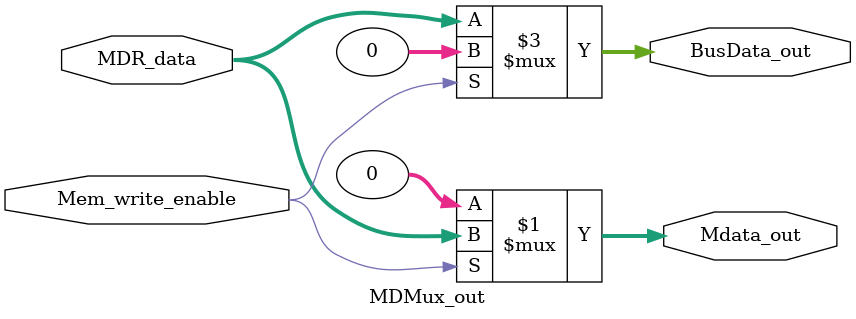
<source format=v>
module MDMux_out(MDR_data, Mem_write_enable, BusData_out, Mdata_out); 
	input Mem_write_enable;
	input[31:0] MDR_data;
	output[31:0] BusData_out, Mdata_out;
	assign Mdata_out = (Mem_write_enable) ? MDR_data : 0; 
	assign BusData_out = (!Mem_write_enable) ? MDR_data : 0; 
endmodule
</source>
